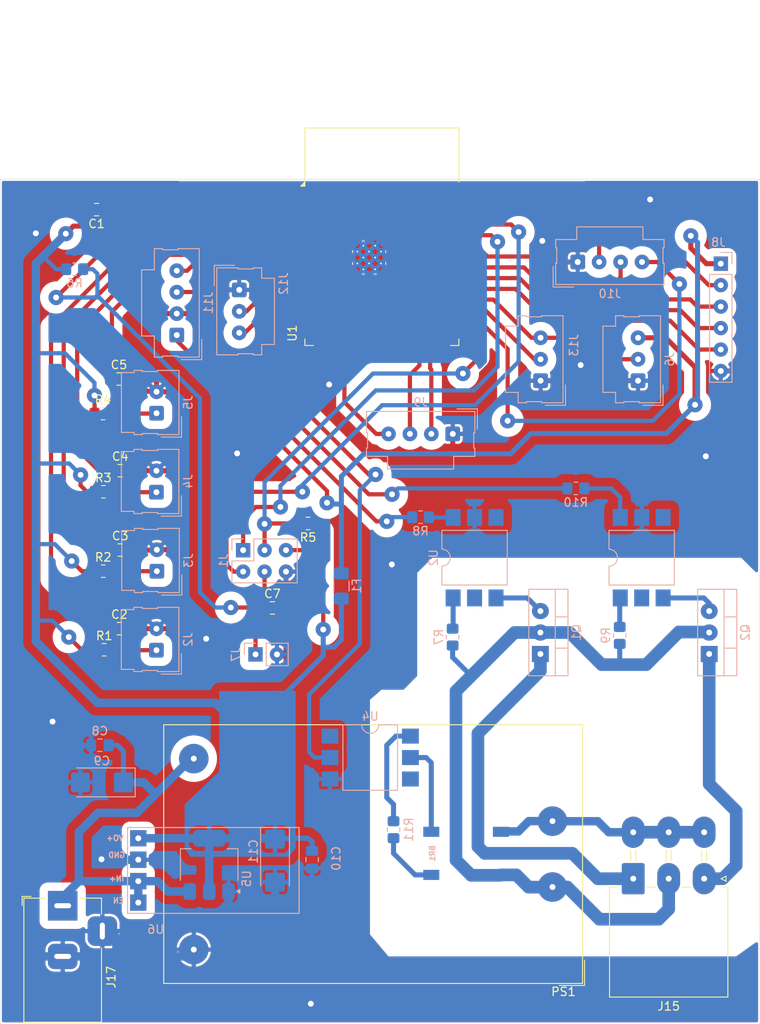
<source format=kicad_pcb>
(kicad_pcb (version 20240108) (generator "pcbnew") (generator_version "8.0")
  (layers (0 "F.Cu" signal) (31 "B.Cu" signal) (34 "B.Paste" user) (35 "F.Paste" user) (36 "B.SilkS" user "B.Silkscreen") (37 "F.SilkS" user "F.Silkscreen") (38 "B.Mask" user) (39 "F.Mask" user) (44 "Edge.Cuts" user))
  (net 0 "")
  (net 1 "+3.3V")
  (net 2 "GND")
  (net 3 "/In1")
  (net 4 "/In2")
  (net 5 "/In3")
  (net 6 "/In4")
  (net 7 "/EN")
  (net 8 "Net-(PS1-+Vout)")
  (net 9 "/NEUTRO")
  (net 10 "/FASE")
  (net 11 "/380V")
  (net 12 "/D_led")
  (net 13 "+3.3V_fused")
  (net 14 "/DTR")
  (net 15 "/TXD0")
  (net 16 "/RXD0")
  (net 17 "/CE")
  (net 18 "/CLK")
  (net 19 "/MOSI")
  (net 20 "/MISO")
  (net 21 "/IN_A_N")
  (net 22 "/IN_A_P")
  (net 23 "/EN_A")
  (net 24 "/IN_B_N")
  (net 25 "/EN_B")
  (net 26 "/IN_B_P")
  (net 27 "/SDA")
  (net 28 "/SCL")
  (net 29 "/DAC_P")
  (net 30 "/RX2")
  (net 31 "Net-(Q1-G)")
  (net 32 "Net-(Q2-G)")
  (net 33 "Net-(R7-Pad1)")
  (net 34 "Net-(R8-Pad2)")
  (net 35 "/TRIAC_A")
  (net 36 "Net-(R9-Pad1)")
  (net 37 "Net-(R10-Pad2)")
  (net 38 "/TRIAC_B")
  (net 39 "Net-(R11-Pad2)")
  (net 40 "/DAC_N")
  (net 53 "/ZERO")
  (net 55 "Net-(J15-Pin_1)")
  (net 56 "Net-(J15-Pin_3)")
  (net 57 "Net-(BR1-Pad-)")
  (footprint "Resistor_SMD:R_0805_2012Metric_Pad1.20x1.40mm_HandSolder" (layer "F.Cu") (at 42.2 106.4)
    (property "Reference" "R2")
    (property "Value" "10K")
  )
  (footprint "Capacitor_SMD:C_0805_2012Metric_Pad1.18x1.45mm_HandSolder" (layer "F.Cu") (at 44.07 83.65)
    (property "Reference" "C5")
    (property "Value" "100nF")
  )
  (footprint "Capacitor_SMD:C_0805_2012Metric_Pad1.18x1.45mm_HandSolder" (layer "F.Cu") (at 41.42 63.6 180)
    (property "Reference" "C1")
    (property "Value" "10uF")
  )
  (footprint "Resistor_SMD:R_0805_2012Metric_Pad1.20x1.40mm_HandSolder" (layer "F.Cu") (at 42.32 115.7)
    (property "Reference" "R1")
    (property "Value" "10K")
  )
  (footprint "Capacitor_SMD:C_0805_2012Metric_Pad1.18x1.45mm_HandSolder" (layer "F.Cu") (at 62.25 110.75)
    (property "Reference" "C7")
    (property "Value" "100nF")
  )
  (footprint "Connector_BarrelJack:BarrelJack_Horizontal" (layer "F.Cu") (at 37.4 146 90)
    (property "Reference" "J17")
    (property "Value" "In12V")
  )
  (footprint "Resistor_SMD:R_0805_2012Metric_Pad1.20x1.40mm_HandSolder" (layer "F.Cu") (at 66.47 100.75 180)
    (property "Reference" "R5")
    (property "Value" "10K")
  )
  (footprint "RF_Module:ESP32-WROOM-32D" (layer "F.Cu") (at 75.22 69.8)
    (property "Reference" "U1")
    (property "Value" "ESP32-WROOM-32D")
  )
  (footprint "Resistor_SMD:R_0805_2012Metric_Pad1.20x1.40mm_HandSolder" (layer "F.Cu") (at 42.1825 87.74)
    (property "Reference" "R4")
    (property "Value" "10K")
  )
  (footprint "lib:Molex_Mini-Fit_Jr_5569-06A2_2x03_P4.20mm_Horizontal_NoHoles" (layer "F.Cu") (at 113.4 142.8 180)
    (property "Reference" "J15")
    (property "Value" "TRIAC_220VAC")
  )
  (footprint "Resistor_SMD:R_0805_2012Metric_Pad1.20x1.40mm_HandSolder" (layer "F.Cu") (at 42.22 97)
    (property "Reference" "R3")
    (property "Value" "10K")
  )
  (footprint "Converter_ACDC:Converter_ACDC_Hi-Link_HLK-10Mxx" (layer "F.Cu") (at 95.4325 143.7875 180)
    (property "Reference" "PS1")
    (property "Value" "HLK-10M05")
  )
  (footprint "Capacitor_SMD:C_0805_2012Metric_Pad1.18x1.45mm_HandSolder" (layer "F.Cu") (at 44.12 113.2)
    (property "Reference" "C2")
    (property "Value" "100nF")
  )
  (footprint "Capacitor_SMD:C_0805_2012Metric_Pad1.18x1.45mm_HandSolder" (layer "F.Cu") (at 44.22 103.9)
    (property "Reference" "C3")
    (property "Value" "100nF")
  )
  (footprint "Capacitor_SMD:C_0805_2012Metric_Pad1.18x1.45mm_HandSolder" (layer "F.Cu") (at 44.22 94.5)
    (property "Reference" "C4")
    (property "Value" "100nF")
  )
  (footprint "Capacitor_SMD:C_0805_2012Metric_Pad1.18x1.45mm_HandSolder" (layer "B.Cu") (at 66.9575 140.55 -90)
    (property "Reference" "C10")
    (property "Value" "100nF")
  )
  (footprint "Resistor_SMD:R_0805_2012Metric_Pad1.20x1.40mm_HandSolder" (layer "B.Cu") (at 79.8 100)
    (property "Reference" "R8")
    (property "Value" "220")
  )
  (footprint "Package_TO_SOT_THT:TO-220-3_Vertical" (layer "B.Cu") (at 94 116.2 90)
    (property "Reference" "Q1")
    (property "Value" "BTA16-800B")
  )
  (footprint "Connector_Molex:Molex_SL_171971-0003_1x03_P2.54mm_Vertical" (layer "B.Cu") (at 105.57 83.85 90)
    (property "Reference" "J6")
    (property "Value" "LED")
  )
  (footprint "Package_DIP:SMDIP-6_W9.53mm" (layer "B.Cu") (at 73.835 128.46 180)
    (property "Reference" "U4")
    (property "Value" "4N25")
  )
  (footprint "Package_TO_SOT_THT:TO-220-3_Vertical" (layer "B.Cu") (at 114 116.2 90)
    (property "Reference" "Q2")
    (property "Value" "BTA16-800B")
  )
  (footprint "Connector_Molex:Molex_SL_171971-0002_1x02_P2.54mm_Vertical" (layer "B.Cu") (at 48.5575 106.4 90)
    (property "Reference" "J3")
    (property "Value" "Input2")
  )
  (footprint "Connector_Molex:Molex_SL_171971-0004_1x04_P2.54mm_Vertical" (layer "B.Cu") (at 50.92 78.45 90)
    (property "Reference" "J11")
    (property "Value" "I2C")
  )
  (footprint "Connector_Molex:Molex_SL_171971-0004_1x04_P2.54mm_Vertical" (layer "B.Cu") (at 83.62 90.15 180)
    (property "Reference" "J9")
    (property "Value" "Motor_A")
  )
  (footprint "Package_TO_SOT_SMD:SOT-223-3_TabPin2" (layer "B.Cu") (at 54.7575 141.1625 90)
    (property "Reference" "U5")
    (property "Value" "AMS1117-3.3")
  )
  (footprint "Resistor_SMD:R_0805_2012Metric_Pad1.20x1.40mm_HandSolder" (layer "B.Cu") (at 98.2 96.6)
    (property "Reference" "R10")
    (property "Value" "220")
  )
  (footprint "Connector_Molex:Molex_SL_171971-0004_1x04_P2.54mm_Vertical" (layer "B.Cu") (at 98.42 69.8)
    (property "Reference" "J10")
    (property "Value" "Motor_B")
  )
  (footprint "Connector_Molex:Molex_SL_171971-0002_1x02_P2.54mm_Vertical" (layer "B.Cu") (at 48.5075 115.75 90)
    (property "Reference" "J2")
    (property "Value" "Input1")
  )
  (footprint "Fuse:Fuse_1206_3216Metric_Pad1.42x1.75mm_HandSolder" (layer "B.Cu") (at 70.42 108.15 90)
    (property "Reference" "F1")
    (property "Value" "500mA")
  )
  (footprint "Capacitor_SMD:C_0805_2012Metric_Pad1.18x1.45mm_HandSolder" (layer "B.Cu") (at 41.8 127 180)
    (property "Reference" "C8")
    (property "Value" "100nF")
  )
  (footprint "Connector_Molex:Molex_SL_171971-0002_1x02_P2.54mm_Vertical" (layer "B.Cu") (at 48.52 87.7 90)
    (property "Reference" "J5")
    (property "Value" "Input4")
  )
  (footprint "Resistor_SMD:R_0805_2012Metric_Pad1.20x1.40mm_HandSolder" (layer "B.Cu") (at 76.6 137 90)
    (property "Reference" "R11")
    (property "Value" "120K")
  )
  (footprint "lib:HW-613" (layer "B.Cu") (at 45.0875 136.7425)
    (property "Reference" "U6")
    (property "Value" "HW-613")
  )
  (footprint "Connector_Molex:Molex_SL_171971-0002_1x02_P2.54mm_Vertical" (layer "B.Cu") (at 48.5075 97.05 90)
    (property "Reference" "J4")
    (property "Value" "Input3")
  )
  (footprint "Resistor_SMD:R_0805_2012Metric_Pad1.20x1.40mm_HandSolder" (layer "B.Cu") (at 83.6 114.2 -90)
    (property "Reference" "R7")
    (property "Value" "1K")
  )
  (footprint "Resistor_SMD:R_0805_2012Metric_Pad1.20x1.40mm_HandSolder" (layer "B.Cu") (at 38.82 70.65)
    (property "Reference" "R6")
    (property "Value" "10K")
  )
  (footprint "lib:DIOB_DB107S" (layer "B.Cu") (at 85.2 139.8 -90)
    (property "Reference" "BR1")
    (property "Value" "DB107S")
  )
  (footprint "Package_DIP:SMDIP-6_W9.53mm" (layer "B.Cu") (at 106 104.8 -90)
    (property "Reference" "U3" (hide yes))
    (property "Value" "MOC3041M")
  )
  (footprint "Resistor_SMD:R_0805_2012Metric_Pad1.20x1.40mm_HandSolder" (layer "B.Cu") (at 103.4 114 -90)
    (property "Reference" "R9")
    (property "Value" "1K" (hide yes))
  )
  (footprint "Connector_Molex:Molex_SL_171971-0003_1x03_P2.54mm_Vertical" (layer "B.Cu") (at 58.32 73.1 -90)
    (property "Reference" "J12")
    (property "Value" "DAC")
  )
  (footprint "Package_DIP:SMDIP-6_W9.53mm" (layer "B.Cu") (at 86.2 104.8 -90)
    (property "Reference" "U2")
    (property "Value" "MOC3041M")
  )
  (footprint "Connector_PinHeader_2.54mm:PinHeader_2x03_P2.54mm_Vertical" (layer "B.Cu") (at 58.78 103.91 -90)
    (property "Reference" "J1")
    (property "Value" "PROG")
  )
  (footprint "Connector_PinHeader_2.54mm:PinHeader_1x02_P2.54mm_Vertical" (layer "B.Cu") (at 60.25 116.25 -90)
    (property "Reference" "J7")
    (property "Value" "Reset")
  )
  (footprint "Connector_Molex:Molex_SL_171971-0003_1x03_P2.54mm_Vertical" (layer "B.Cu") (at 94.02 83.85 90)
    (property "Reference" "J13")
    (property "Value" "UART2")
  )
  (footprint "Connector_PinHeader_2.54mm:PinHeader_1x06_P2.54mm_Vertical" (layer "B.Cu") (at 115.37 70 180)
    (property "Reference" "J8")
    (property "Value" "SPI")
  )
  (footprint "Capacitor_Tantalum_SMD:CP_EIA-6032-28_Kemet-C_Pad2.25x2.35mm_HandSolder" (layer "B.Cu") (at 42.05 131.4 180)
    (property "Reference" "C9")
    (property "Value" "47uFxx35V")
  )
  (footprint "Capacitor_Tantalum_SMD:CP_EIA-6032-28_Kemet-C_Pad2.25x2.35mm_HandSolder" (layer "B.Cu") (at 62.5575 140.6625 -90)
    (property "Reference" "C11")
    (property "Value" "22uFx16V")
  )
  (gr_rect (start 65.12 60.55) (end 67.97 61.35) (stroke (width 0.2)) (fill solid) (layer "F.Cu") (net 2))
  (gr_rect (start 82.57 60.6) (end 85.42 61.4) (stroke (width 0.2)) (fill solid) (layer "F.Cu") (net 2))
  (gr_rect (start 30 60) (end 120 160) (stroke (width 0.05)) (fill none) (layer "Edge.Cuts"))
  (segment (start 41.1825 87.74) (end 41.1825 85.6125) (width 0.5) (layer "F.Cu") (net 1))
  (segment (start 46 62.82) (end 66.47 62.82) (width 0.6) (layer "F.Cu") (net 1))
  (segment (start 41.32 115.7) (end 39.62 115.7) (width 0.5) (layer "F.Cu") (net 1))
  (segment (start 39.67 106.4) (end 38.47 105.2) (width 0.5) (layer "F.Cu") (net 1))
  (segment (start 41.1825 85.6125) (end 41.17 85.6) (width 0.5) (layer "F.Cu") (net 1))
  (segment (start 37.77 66.45) (end 38.67 65.55) (width 0.6) (layer "F.Cu") (net 1))
  (segment (start 39.52 96.25) (end 39.52 95) (width 0.5) (layer "F.Cu") (net 1))
  (segment (start 43.27 65.55) (end 44.82 64) (width 0.6) (layer "F.Cu") (net 1))
  (segment (start 41.22 97) (end 40.27 97) (width 0.5) (layer "F.Cu") (net 1))
  (segment (start 38.67 65.55) (end 43.27 65.55) (width 0.6) (layer "F.Cu") (net 1))
  (segment (start 44.47 64.35) (end 43.72 63.6) (width 0.6) (layer "F.Cu") (net 1))
  (segment (start 41.2 106.4) (end 39.67 106.4) (width 0.5) (layer "F.Cu") (net 1))
  (segment (start 40.27 97) (end 39.52 96.25) (width 0.5) (layer "F.Cu") (net 1))
  (segment (start 68.27 113.3) (end 68.27 101.65) (width 0.5) (layer "F.Cu") (net 1))
  (segment (start 44.82 64) (end 46 62.82) (width 0.6) (layer "F.Cu") (net 1))
  (segment (start 43.72 63.6) (end 42.4575 63.6) (width 0.6) (layer "F.Cu") (net 1))
  (segment (start 39.62 115.7) (end 38.12 114.2) (width 0.5) (layer "F.Cu") (net 1))
  (segment (start 63.86 103.91) (end 68.27 103.91) (width 0.5) (layer "F.Cu") (net 1))
  (segment (start 68.27 101.65) (end 67.47 100.75) (width 0.5) (layer "F.Cu") (net 1))
  (via (at 38.47 105.2) (size 1.8) (drill 0.7) (layers "F.Cu" "B.Cu") (net 1))
  (via (at 41.17 85.6) (size 1.8) (drill 0.7) (layers "F.Cu" "B.Cu") (net 1))
  (via (at 38.12 114.2) (size 1.8) (drill 0.7) (layers "F.Cu" "B.Cu") (net 1))
  (via (at 39.52 95) (size 1.8) (drill 0.7) (layers "F.Cu" "B.Cu") (net 1))
  (via (at 37.77 66.45) (size 1.8) (drill 0.7) (layers "F.Cu" "B.Cu") (net 1))
  (via (at 68.27 113.3) (size 1.8) (drill 0.7) (layers "F.Cu" "B.Cu") (net 1))
  (segment (start 69.52 115.4) (end 68.27 115.4) (width 0.6) (layer "B.Cu") (net 1))
  (segment (start 68.27 115.4) (end 68.27 116.4) (width 0.6) (layer "B.Cu") (net 1))
  (segment (start 59.0825 125.5875) (end 55.4825 121.9875) (width 1) (layer "B.Cu") (net 1))
  (segment (start 62.6075 138.0125) (end 54.7575 138.0125) (width 1) (layer "B.Cu") (net 1))
  (segment (start 34.22 70) (end 35.095 69.125) (width 1) (layer "B.Cu") (net 1))
  (segment (start 66.4575 138.0125) (end 62.6075 138.0125) (width 0.6) (layer "B.Cu") (net 1))
  (segment (start 37.67 80.6) (end 34.22 80.6) (width 0.5) (layer "B.Cu") (net 1))
  (segment (start 70.42 114.5) (end 69.52 115.4) (width 0.6) (layer "B.Cu") (net 1))
  (segment (start 41.17 84.1) (end 37.67 80.6) (width 0.5) (layer "B.Cu") (net 1))
  (segment (start 36.17 112.25) (end 34.22 112.25) (width 0.5) (layer "B.Cu") (net 1))
  (segment (start 34.22 93.65) (end 38.17 93.65) (width 0.5) (layer "B.Cu") (net 1))
  (segment (start 54.7575 138.0125) (end 46.3575 138.0125) (width 1) (layer "B.Cu") (net 1))
  (segment (start 59.0825 125.5875) (end 59.0825 138.0125) (width 1) (layer "B.Cu") (net 1))
  (segment (start 34.22 114.7) (end 34.22 112.25) (width 1) (layer "B.Cu") (net 1))
  (segment (start 66.9575 138.4125) (end 66.4575 138.0125) (width 0.6) (layer "B.Cu") (net 1))
  (segment (start 54.7575 144.3125) (end 54.7575 138.0125) (width 1) (layer "B.Cu") (net 1))
  (segment (start 37.82 70.65) (end 36.62 70.65) (width 0.5) (layer "B.Cu") (net 1))
  (segment (start 41.5075 121.9875) (end 34.22 114.7) (width 1) (layer "B.Cu") (net 1))
  (segment (start 35.095 69.125) (end 35.094999 69.125001) (width 1) (layer "B.Cu") (net 1))
  (segment (start 34.22 80.6) (end 34.22 70) (width 1) (layer "B.Cu") (net 1))
  (segment (start 36.62 70.65) (end 35.095 69.125) (width 0.5) (layer "B.Cu") (net 1))
  (segment (start 34.22 93.65) (end 34.22 103.2) (width 1) (layer "B.Cu") (net 1))
  (segment (start 37.77 66.45) (end 35.094999 69.125001) (width 1) (layer "B.Cu") (net 1))
  (segment (start 68.27 116.4) (end 59.0825 125.5875) (width 0.6) (layer "B.Cu") (net 1))
  (segment (start 34.22 80.6) (end 34.22 93.65) (width 1) (layer "B.Cu") (net 1))
  (segment (start 41.17 85.6) (end 41.17 84.1) (width 0.5) (layer "B.Cu") (net 1))
  (segment (start 55.4825 121.9875) (end 41.5075 121.9875) (width 1) (layer "B.Cu") (net 1))
  (segment (start 66.9575 139.5125) (end 66.9575 138.4125) (width 0.6) (layer "B.Cu") (net 1))
  (segment (start 38.12 114.2) (end 36.17 112.25) (width 0.5) (layer "B.Cu") (net 1))
  (segment (start 70.42 109.6375) (end 70.42 114.5) (width 0.6) (layer "B.Cu") (net 1))
  (segment (start 68.27 115.4) (end 68.27 113.3) (width 0.6) (layer "B.Cu") (net 1))
  (segment (start 38.17 93.65) (end 39.52 95) (width 0.5) (layer "B.Cu") (net 1))
  (segment (start 36.47 103.2) (end 38.47 105.2) (width 0.5) (layer "B.Cu") (net 1))
  (segment (start 34.22 103.2) (end 34.22 112.25) (width 1) (layer "B.Cu") (net 1))
  (segment (start 34.22 103.2) (end 36.47 103.2) (width 0.5) (layer "B.Cu") (net 1))
  (segment (start 39.07 61.55) (end 74.42 61.55) (width 0.6) (layer "F.Cu") (net 2))
  (segment (start 118.2 65) (end 115.6 62.4) (width 0.6) (layer "F.Cu") (net 2))
  (segment (start 69.51 87.19) (end 75.52 93.2) (width 0.6) (layer "F.Cu") (net 2))
  (segment (start 50.92 75.91) (end 49.36 75.91) (width 0.6) (layer "F.Cu") (net 2))
  (segment (start 48.52 76.75) (end 48.52 85.16) (width 0.6) (layer "F.Cu") (net 2))
  (segment (start 95.92 88.862096) (end 92.907096 91.875) (width 0.6) (layer "F.Cu") (net 2))
  (segment (start 94.22 68.22) (end 94.22 67.3) (width 0.6) (layer "F.Cu") (net 2))
  (segment (start 34.22 66.4) (end 39.07 61.55) (width 0.6) (layer "F.Cu") (net 2))
  (segment (start 39.12 63.6) (end 38.07 62.55) (width 0.6) (layer "F.Cu") (net 2))
  (segment (start 63.8575 110.43) (end 63.8575 106.4525) (width 0.6) (layer "F.Cu") (net 2))
  (segment (start 63.860002 117.739998) (end 63.860002 116.25) (width 0.6) (layer "F.Cu") (net 2))
  (segment (start 83.62 91.65) (end 83.395 91.875) (width 0.6) (layer "F.Cu") (net 2))
  (segment (start 51.22 104.7) (end 51.22 111.9) (width 0.6) (layer "F.Cu") (net 2))
  (segment (start 69.51 79.31) (end 69.51 87.19) (width 0.6) (layer "F.Cu") (net 2))
  (segment (start 50.92 75.91) (end 53.06 75.91) (width 0.6) (layer "F.Cu") (net 2))
  (segment (start 45.2575 94.5) (end 48.4975 94.5) (width 0.6) (layer "F.Cu") (net 2))
  (segment (start 46.5575 85.1) (end 48.46 85.1) (width 0.6) (layer "F.Cu") (net 2))
  (segment (start 92.907096 91.875) (end 83.395 91.875) (width 0.6) (layer "F.Cu") (net 2))
  (segment (start 45.2575 103.9) (end 48.5175 103.9) (width 0.6) (layer "F.Cu") (net 2))
  (segment (start 63.86 115.18) (end 63.86 110.75) (width 0.6) (layer "F.Cu") (net 2))
  (segment (start 50.38 103.86) (end 51.22 104.7) (width 0.6) (layer "F.Cu") (net 2))
  (segment (start 106.15 61.55) (end 107 62.4) (width 0.6) (layer "F.Cu") (net 2))
  (segment (start 74.42 67.87) (end 74.42 61.55) (width 0.6) (layer "F.Cu") (net 2))
  (segment (start 105.57 83.85) (end 94.02 83.85) (width 0.6) (layer "F.Cu") (net 2))
  (segment (start 98.42 69.8) (end 95.8 69.8) (width 0.6) (layer "F.Cu") (net 2))
  (segment (start 95.92 83.85) (end 95.92 88.862096) (width 0.6) (layer "F.Cu") (net 2))
  (segment (start 48.5175 103.9) (end 48.5575 103.86) (width 0.6) (layer "F.Cu") (net 2))
  (segment (start 51.22 111.9) (end 49.91 113.21) (width 0.6) (layer "F.Cu") (net 2))
  (segment (start 63.2875 110.75) (end 63.86 110.75) (width 0.5) (layer "F.Cu") (net 2))
  (segment (start 95.8 69.8) (end 94.22 68.22) (width 0.6) (layer "F.Cu") (net 2))
  (segment (start 48.4975 94.5) (end 48.5075 94.51) (width 0.6) (layer "F.Cu") (net 2))
  (segment (start 51.22 95.7) (end 50.03 94.51) (width 0.6) (layer "F.Cu") (net 2))
  (segment (start 63.86 110.4325) (end 63.8575 110.43) (width 0.6) (layer "F.Cu") (net 2))
  (segment (start 50.03 94.51) (end 48.5075 94.51) (width 0.6) (layer "F.Cu") (net 2))
  (segment (start 50.11 94.51) (end 48.5075 94.51) (width 0.6) (layer "F.Cu") (net 2))
  (segment (start 48.5575 103.86) (end 50.16 103.86) (width 0.6) (layer "F.Cu") (net 2))
  (segment (start 40.3825 63.6) (end 39.12 63.6) (width 0.6) (layer "F.Cu") (net 2))
  (segment (start 50.16 103.86) (end 51.22 102.8) (width 0.6) (layer "F.Cu") (net 2))
  (segment (start 115.6 62.4) (end 107 62.4) (width 0.6) (layer "F.Cu") (net 2))
  (segment (start 48.46 85.1) (end 48.52 85.16) (width 0.6) (layer "F.Cu") (net 2))
  (segment (start 50.28 85.16) (end 51.22 86.1) (width 0.6) (layer "F.Cu") (net 2))
  (segment (start 49.36 75.91) (end 48.52 76.75) (width 0.6) (layer "F.Cu") (net 2))
  (segment (start 83.62 90.15) (end 83.62 91.65) (width 0.6) (layer "F.Cu") (net 2))
  (segment (start 63.860002 116.25) (end 62.79 116.25) (width 0.6) (layer "F.Cu") (net 2))
  (segment (start 55.87 73.1) (end 58.32 73.1) (width 0.6) (layer "F.Cu") (net 2))
  (segment (start 55.5 118.8) (end 62.8 118.8) (width 0.6) (layer "F.Cu") (net 2))
  (segment (start 49.91 113.21) (end 48.5075 113.21) (width 0.6) (layer "F.Cu") (net 2))
  (segment (start 63.86 110.75) (end 63.86 110.4325) (width 0.6) (layer "F.Cu") (net 2))
  (segment (start 75.52 93.2) (end 82.07 93.2) (width 0.6) (layer "F.Cu") (net 2))
  (segment (start 51.22 93.4) (end 50.11 94.51) (width 0.6) (layer "F.Cu") (net 2))
  (segment (start 45.1575 113.2) (end 48.4975 113.2) (width 0.6) (layer "F.Cu") (net 2))
  (segment (start 51.22 102.8) (end 51.22 95.7) (width 0.6) (layer "F.Cu") (net 2))
  (segment (start 49.91 113.21) (end 55.5 118.8) (width 0.6) (layer "F.Cu") (net 2))
  (segment (start 69.51 76.96) (end 69.51 79.31) (width 0.6) (layer "F.Cu") (net 2))
  (segment (start 45.1075 83.65) (end 46.5575 85.1) (width 0.6) (layer "F.Cu") (net 2))
  (segment (start 63.860002 116.25) (end 63.860002 115.26) (width 0.6) (layer "F.Cu") (net 2))
  (segment (start 115.37 82.7) (end 116.9 82.7) (width 0.6) (layer "F.Cu") (net 2))
  (segment (start 48.4975 113.2) (end 48.5075 113.21) (width 0.6) (layer "F.Cu") (net 2))
  (segment (start 83.97 61.55) (end 106.15 61.55) (width 0.6) (layer "F.Cu") (net 2))
  (segment (start 83.97 61.55) (end 74.42 61.55) (width 0.6) (layer "F.Cu") (net 2))
  (segment (start 48.5575 103.86) (end 50.38 103.86) (width 0.6) (layer "F.Cu") (net 2))
  (segment (start 82.07 93.2) (end 83.395 91.875) (width 0.6) (layer "F.Cu") (net 2))
  (segment (start 48.52 85.16) (end 50.28 85.16) (width 0.6) (layer "F.Cu") (net 2))
  (segment (start 62.8 118.8) (end 63.860002 117.739998) (width 0.6) (layer "F.Cu") (net 2))
  (segment (start 53.06 75.91) (end 55.87 73.1) (width 0.6) (layer "F.Cu") (net 2))
  (segment (start 118.2 81.4) (end 118.2 65) (width 0.6) (layer "F.Cu") (net 2))
  (segment (start 51.22 86.1) (end 51.22 93.4) (width 0.6) (layer "F.Cu") (net 2))
  (segment (start 73.72 69.27) (end 73.72 72.75) (width 0.6) (layer "F.Cu") (net 2))
  (segment (start 116.9 82.7) (end 118.2 81.4) (width 0.6) (layer "F.Cu") (net 2))
  (segment (start 73.72 72.75) (end 69.51 76.96) (width 0.6) (layer "F.Cu") (net 2))
  (via (at 54.4 114.4) (size 1.8) (drill 0.7) (layers "F.Cu" "B.Cu") (net 2))
  (via (at 107 62.4) (size 1.8) (drill 0.7) (layers "F.Cu" "B.Cu") (net 2))
  (via (at 34.22 66.4) (size 1.8) (drill 0.7) (layers "F.Cu" "B.Cu") (net 2))
  (via (at 94.22 67.3) (size 1.8) (drill 0.7) (layers "F.Cu" "B.Cu") (net 2))
  (via (at 68.97 84.3) (size 1.8) (drill 0.7) (layers "F.Cu" "B.Cu") (net 2))
  (via (at 42 140.5) (size 1.8) (drill 0.7) (layers "F.Cu" "B.Cu") (net 2))
  (via (at 98.77 82) (size 1.8) (drill 0.7) (layers "F.Cu" "B.Cu") (net 2))
  (via (at 36.2 124.2) (size 1.8) (drill 0.7) (layers "F.Cu" "B.Cu") (net 2))
  (via (at 76.4 105.6) (size 1.8) (drill 0.7) (layers "F.Cu" "B.Cu") (net 2))
  (via (at 66.8 157.6) (size 1.8) (drill 0.7) (layers "F.Cu" "B.Cu") (net 2))
  (via (at 113.6 92.8) (size 1.8) (drill 0.7) (layers "F.Cu" "B.Cu") (net 2))
  (via (at 58.07 92.45) (size 1.8) (drill 0.7) (layers "F.Cu" "B.Cu") (net 2))
  (segment (start 33.5 152) (end 37.4 152) (width 1) (layer "B.Cu") (net 2))
  (segment (start 99.12 62.4) (end 105.67 62.4) (width 0.6) (layer "B.Cu") (net 2))
  (segment (start 40.7625 127) (end 40 127) (width 0.6) (layer "B.Cu") (net 2))
  (segment (start 105.67 62.4) (end 107 62.4) (width 0.6) (layer "B.Cu") (net 2))
  (segment (start 94.22 67.3) (end 99.12 62.4) (width 0.6) (layer "B.Cu") (net 2))
  (segment (start 52.9325 151.1875) (end 52.12 152) (width 1) (layer "B.Cu") (net 2))
  (segment (start 57.0575 144.3125) (end 57.0575 145.9125) (width 1) (layer "B.Cu") (net 2))
  (segment (start 43 149) (end 42.1 149) (width 1) (layer "B.Cu") (net 2))
  (segment (start 66.9575 141.5875) (end 66.9575 142.6125) (width 0.6) (layer "B.Cu") (net 2))
  (segment (start 39.5 131.4) (end 32.1 131.4) (width 0.6) (layer "B.Cu") (net 2))
  (segment (start 32 131.5) (end 32 150.5) (width 1) (layer "B.Cu") (net 2))
  (segment (start 106 101.8) (end 106 100.035) (width 0.5) (layer "B.Cu") (net 2))
  (segment (start 39.5 127.5) (end 39.5 131.4) (width 0.6) (layer "B.Cu") (net 2))
  (segment (start 46.3575 140.5525) (end 42.0525 140.5525) (width 1) (layer "B.Cu") (net 2))
  (segment (start 104.6 103.2) (end 106 101.8) (width 0.5) (layer "B.Cu") (net 2))
  (segment (start 61.8 146.7125) (end 62.5575 145.955) (width 1) (layer "B.Cu") (net 2))
  (segment (start 43.775 149.775) (end 43 149) (width 1) (layer "B.Cu") (net 2))
  (segment (start 43.775 152) (end 37.4 152) (width 1) (layer "B.Cu") (net 2))
  (segment (start 57.8575 146.7125) (end 61.8 146.7125) (width 1) (layer "B.Cu") (net 2))
  (segment (start 34.22 66.4) (end 32 68.62) (width 1) (layer "B.Cu") (net 2))
  (segment (start 66.3575 143.2125) (end 62.5575 143.2125) (width 0.6) (layer "B.Cu") (net 2))
  (segment (start 62.5575 145.955) (end 62.5575 143.2125) (width 1) (layer "B.Cu") (net 2))
  (segment (start 32.1 131.4) (end 32 131.5) (width 0.6) (layer "B.Cu") (net 2))
  (segment (start 42.0525 140.5525) (end 42 140.5) (width 1) (layer "B.Cu") (net 2))
  (segment (start 86.2 100.035) (end 86.2 101.6) (width 0.5) (layer "B.Cu") (net 2))
  (segment (start 86.2 101.6) (end 87.8 103.2) (width 0.5) (layer "B.Cu") (net 2))
  (segment (start 40 127) (end 39.5 127.5) (width 0.6) (layer "B.Cu") (net 2))
  (segment (start 57.0575 145.9125) (end 57.8575 146.7125) (width 1) (layer "B.Cu") (net 2))
  (segment (start 43.775 152) (end 43.775 149.775) (width 1) (layer "B.Cu") (net 2))
  (segment (start 32 68.62) (end 32 131.5) (width 1) (layer "B.Cu") (net 2))
  (segment (start 32 150.5) (end 33.5 152) (width 1) (layer "B.Cu") (net 2))
  (segment (start 66.9575 142.6125) (end 66.3575 143.2125) (width 0.6) (layer "B.Cu") (net 2))
  (segment (start 87.8 103.2) (end 104.6 103.2) (width 0.5) (layer "B.Cu") (net 2))
  (segment (start 52.12 152) (end 44.225 152) (width 1) (layer "B.Cu") (net 2))
  (segment (start 48.16 65.36) (end 36.02 77.5) (width 0.5) (layer "F.Cu") (net 3))
  (segment (start 41.82 113.2) (end 43.0825 113.2) (width 0.5) (layer "F.Cu") (net 3))
  (segment (start 43.0825 113.2) (end 43.0825 115.4625) (width 0.5) (layer "F.Cu") (net 3))
  (segment (start 36.02 107.4) (end 41.82 113.2) (width 0.5) (layer "F.Cu") (net 3))
  (segment (start 43.0825 115.4625) (end 43.32 115.7) (width 0.5) (layer "F.Cu") (net 3))
  (segment (start 66.47 65.36) (end 48.16 65.36) (width 0.5) (layer "F.Cu") (net 3))
  (segment (start 36.02 77.5) (end 36.02 107.4) (width 0.5) (layer "F.Cu") (net 3))
  (segment (start 48.5075 115.75) (end 43.37 115.75) (width 0.5) (layer "F.Cu") (net 3))
  (segment (start 43.37 115.75) (end 43.32 115.7) (width 0.5) (layer "F.Cu") (net 3))
  (segment (start 37.52 77.75) (end 37.52 98.2375) (width 0.5) (layer "F.Cu") (net 4))
  (segment (start 43.1825 103.9) (end 43.1825 106.3825) (width 0.5) (layer "F.Cu") (net 4))
  (segment (start 43.1825 106.3825) (end 43.2 106.4) (width 0.5) (layer "F.Cu") (net 4))
  (segment (start 37.52 98.2375) (end 43.1825 103.9) (width 0.5) (layer "F.Cu") (net 4))
  (segment (start 48.64 66.63) (end 37.52 77.75) (width 0.5) (layer "F.Cu") (net 4))
  (segment (start 66.47 66.63) (end 48.64 66.63) (width 0.5) (layer "F.Cu") (net 4))
  (segment (start 43.2 106.4) (end 48.5575 106.4) (width 0.5) (layer "F.Cu") (net 4))
  (segment (start 39.12 91.95) (end 41.67 94.5) (width 0.5) (layer "F.Cu") (net 5))
  (segment (start 48.5075 97.05) (end 43.27 97.05) (width 0.5) (layer "F.Cu") (net 5))
  (segment (start 41.67 94.5) (end 43.1825 94.5) (width 0.5) (layer "F.Cu") (net 5))
  (segment (start 43.22 97) (end 43.22 94.5375) (width 0.5) (layer "F.Cu") (net 5))
  (segment (start 43.27 97.05) (end 43.22 97) (width 0.5) (layer "F.Cu") (net 5))
  (segment (start 43.22 94.5375) (end 43.1825 94.5) (width 0.5) (layer "F.Cu") (net 5))
  (segment (start 39.12 78) (end 39.12 91.95) (width 0.5) (layer "F.Cu") (net 5))
  (segment (start 66.47 67.9) (end 49.22 67.9) (width 0.5) (layer "F.Cu") (net 5))
  (segment (start 49.22 67.9) (end 39.12 78) (width 0.5) (layer "F.Cu") (net 5))
  (segment (start 43.3825 87.54) (end 43.1825 87.74) (width 0.5) (layer "F.Cu") (net 6))
  (segment (start 43.0325 83.65) (end 43.2325 83.45) (width 0.5) (layer "F.Cu") (net 6))
  (segment (start 43.3825 84) (end 43.3825 87.54) (width 0.5) (layer "F.Cu") (net 6))
  (segment (start 43.2325 75.6875) (end 49.97 68.95) (width 0.5) (layer "F.Cu") (net 6))
  (segment (start 49.97 68.95) (end 61.6 68.95) (width 0.5) (layer "F.Cu") (net 6))
  (segment (start 61.82 69.17) (end 66.47 69.17) (width 0.5) (layer "F.Cu") (net 6))
  (segment (start 61.6 68.95) (end 61.82 69.17) (width 0.5) (layer "F.Cu") (net 6))
  (segment (start 43.1825 87.74) (end 48.48 87.74) (width 0.5) (layer "F.Cu") (net 6))
  (segment (start 43.2325 83.45) (end 43.2325 75.6875) (width 0.5) (layer "F.Cu") (net 6))
  (segment (start 43.0325 83.65) (end 43.3825 84) (width 0.5) (layer "F.Cu") (net 6))
  (segment (start 48.48 87.74) (end 48.52 87.7) (width 0.5) (layer "F.Cu") (net 6))
  (segment (start 60.25 116.25) (end 60.25 112.75) (width 0.5) (layer "F.Cu") (net 7))
  (segment (start 61.32 106.45) (end 61.32 110.6075) (width 0.5) (layer "F.Cu") (net 7))
  (segment (start 61.32 111.68) (end 61.32 110.65) (width 0.5) (layer "F.Cu") (net 7))
  (segment (start 61.27 110.7) (end 61.32 110.65) (width 0.5) (layer "F.Cu") (net 7))
  (segment (start 57.32 110.7) (end 61.27 110.7) (width 0.5) (layer "F.Cu") (net 7))
  (segment (start 60.25 112.75) (end 61.32 111.68) (width 0.5) (layer "F.Cu") (net 7))
  (segment (start 66.47 64.09) (end 46.53 64.09) (width 0.5) (layer "F.Cu") (net 7))
  (segment (start 46.53 64.09) (end 36.620001 73.999999) (width 0.5) (layer "F.Cu") (net 7))
  (via (at 36.620001 73.999999) (size 1.8) (drill 0.7) (layers "F.Cu" "B.Cu") (net 7))
  (via (at 57.32 110.7) (size 1.8) (drill 0.7) (layers "F.Cu" "B.Cu") (net 7))
  (segment (start 53.67 108.9) (end 53.67 85.95) (width 0.5) (layer "B.Cu") (net 7))
  (segment (start 53.67 85.95) (end 41.719999 73.999999) (width 0.5) (layer "B.Cu") (net 7))
  (segment (start 55.47 110.7) (end 57.32 110.7) (width 0.5) (layer "B.Cu") (net 7))
  (segment (start 41.719999 73.999999) (end 36.620001 73.999999) (width 0.5) (layer "B.Cu") (net 7))
  (segment (start 41.52 71.2) (end 41.52 73.8) (width 0.5) (layer "B.Cu") (net 7))
  (segment (start 40.97 70.65) (end 41.52 71.2) (width 0.5) (layer "B.Cu") (net 7))
  (segment (start 39.82 70.65) (end 40.97 70.65) (width 0.5) (layer "B.Cu") (net 7))
  (segment (start 53.67 108.9) (end 55.47 110.7) (width 0.5) (layer "B.Cu") (net 7))
  (segment (start 41.52 73.8) (end 41.719999 73.999999) (width 0.5) (layer "B.Cu") (net 7))
  (segment (start 52.4575 144.3125) (end 49.8575 144.3125) (width 1) (layer "B.Cu") (net 8))
  (segment (start 48.6375 143.0925) (end 46.3575 143.0925) (width 1) (layer "B.Cu") (net 8))
  (segment (start 46.2 135) (end 52.6125 128.5875) (width 1) (layer "B.Cu") (net 8))
  (segment (start 49.8575 144.3125) (end 48.6375 143.0925) (width 1) (layer "B.Cu") (net 8))
  (segment (start 43.9 127) (end 44.6 127.7) (width 0.6) (layer "B.Cu") (net 8))
  (segment (start 52.6125 128.5875) (end 52.9325 128.5875) (width 1) (layer "B.Cu") (net 8))
  (segment (start 39.32 143.1) (end 39.32 137.28) (width 1) (layer "B.Cu") (net 8))
  (segment (start 46.3575 145.6325) (end 46.3575 143.0925) (width 1) (layer "B.Cu") (net 8))
  (segment (start 48.4 132.8) (end 47 131.4) (width 1) (layer "B.Cu") (net 8))
  (segment (start 39.32 143.1) (end 43.4375 143.0925) (width 1) (layer "B.Cu") (net 8))
  (segment (start 43.4375 143.0925) (end 46.3575 143.0925) (width 1) (layer "B.Cu") (net 8))
  (segment (start 37.4 145.02) (end 39.32 143.1) (width 1) (layer "B.Cu") (net 8))
  (segment (start 42.8375 127) (end 43.9 127) (width 0.6) (layer "B.Cu") (net 8))
  (segment (start 37.4 146) (end 37.4 145.02) (width 1) (layer "B.Cu") (net 8))
  (segment (start 47 131.4) (end 44.6 131.4) (width 1) (layer "B.Cu") (net 8))
  (segment (start 39.32 137.28) (end 41.6 135) (width 1) (layer "B.Cu") (net 8))
  (segment (start 41.6 135) (end 46.2 135) (width 1) (layer "B.Cu") (net 8))
  (segment (start 44.6 127.7) (end 44.6 131.4) (width 0.6) (layer "B.Cu") (net 8))
  (segment (start 105 137.3) (end 102.1 137.3) (width 1) (layer "B.Cu") (net 9))
  (segment (start 91.4 137.2) (end 92.6125 135.9875) (width 1) (layer "B.Cu") (net 9))
  (segment (start 95.445 136) (end 95.4325 135.9875) (width 1) (layer "B.Cu") (net 9))
  (segment (start 105 137.3) (end 109.2 137.3) (width 1.5) (layer "B.Cu") (net 9))
  (segment (start 89.37401 137.2) (end 91.4 137.2) (width 1) (layer "B.Cu") (net 9))
  (segment (start 102.1 137.3) (end 100.8 136) (width 1) (layer "B.Cu") (net 9))
  (segment (start 109.2 137.3) (end 113.4 137.3) (width 1.5) (layer "B.Cu") (net 9))
  (segment (start 100.8 136) (end 95.445 136) (width 1) (layer "B.Cu") (net 9))
  (segment (start 92.6125 135.9875) (end 95.4325 135.9875) (width 1) (layer "B.Cu") (net 9))
  (segment (start 108 147.6) (end 109.2 146.4) (width 1.5) (layer "B.Cu") (net 10))
  (segment (start 89.32442 142.34959) (end 91.14959 142.34959) (width 1.5) (layer "B.Cu") (net 10))
  (segment (start 83.6 116.6) (end 86 119) (width 0.6) (layer "B.Cu") (net 10))
  (segment (start 101 147.6) (end 108 147.6) (width 1.5) (layer "B.Cu") (net 10))
  (segment (start 94 113.66) (end 97.46 113.66) (width 1.5) (layer "B.Cu") (net 10))
  (segment (start 106.54 117.46) (end 110.4 113.6) (width 1.5) (layer "B.Cu") (net 10))
  (segment (start 97.46 113.66) (end 101.26 117.46) (width 1.5) (layer "B.Cu") (net 10))
  (segment (start 90.94 113.66) (end 94 113.66) (width 1.5) (layer "B.Cu") (net 10))
  (segment (start 97.1875 143.7875) (end 101 147.6) (width 1.5) (layer "B.Cu") (net 10))
  (segment (start 84 120.6) (end 90.94 113.66) (width 1.5) (layer "B.Cu") (net 10))
  (segment (start 101.26 117.46) (end 106.54 117.46) (width 1.5) (layer "B.Cu") (net 10))
  (segment (start 91.14959 142.34959) (end 92.6 143.8) (width 1.5) (layer "B.Cu") (net 10))
  (segment (start 95.4325 143.7875) (end 97.1875 143.7875) (width 1.5) (layer "B.Cu") (net 10))
  (segment (start 103.4 115) (end 103.4 117.46) (width 0.6) (layer "B.Cu") (net 10))
  (segment (start 92.6 143.8) (end 95.42 143.8) (width 1.5) (layer "B.Cu") (net 10))
  (segment (start 95.42 143.8) (end 95.4325 143.7875) (width 1.5) (layer "B.Cu") (net 10))
  (segment (start 110.4 113.6) (end 113.94 113.6) (width 1.5) (layer "B.Cu") (net 10))
  (segment (start 84 140.6) (end 84 120.6) (width 1.5) (layer "B.Cu") (net 10))
  (segment (start 89.27401 142.4) (end 85.8 142.4) (width 1.5) (layer "B.Cu") (net 10))
  (segment (start 83.6 115.2) (end 83.6 116.6) (width 0.6) (layer "B.Cu") (net 10))
  (segment (start 85.8 142.4) (end 84 140.6) (width 1.5) (layer "B.Cu") (net 10))
  (segment (start 109.2 146.4) (end 109.2 142.8) (width 1.5) (layer "B.Cu") (net 10))
  (segment (start 79.14959 142.34959) (end 81.07442 142.34959) (width 0.6) (layer "B.Cu") (net 11))
  (segment (start 76.6 138) (end 76.6 139.8) (width 0.6) (layer "B.Cu") (net 11))
  (segment (start 76.6 139.8) (end 79.14959 142.34959) (width 0.6) (layer "B.Cu") (net 11))
  (segment (start 102.77 81.31) (end 105.57 81.31) (width 0.5) (layer "F.Cu") (net 12))
  (segment (start 92.94 78.77) (end 100.23 78.77) (width 0.5) (layer "F.Cu") (net 12))
  (segment (start 88.42 74.25) (end 92.94 78.77) (width 0.5) (layer "F.Cu") (net 12))
  (segment (start 100.23 78.77) (end 102.77 81.31) (width 0.5) (layer "F.Cu") (net 12))
  (segment (start 83.885 74.25) (end 88.42 74.25) (width 0.5) (layer "F.Cu") (net 12))
  (segment (start 68.72 96.9) (end 68.72 98.3) (width 0.5) (layer "F.Cu") (net 13))
  (segment (start 113.67 70) (end 111.82 68.15) (width 0.6) (layer "F.Cu") (net 13))
  (segment (start 105.57 78.77) (end 108.84 78.77) (width 0.6) (layer "F.Cu") (net 13))
  (segment (start 108.84 78.77) (end 112.32 82.25) (width 0.6) (layer "F.Cu") (net 13))
  (segment (start 68.72 96.9) (end 50.92 79.1) (width 0.5) (layer "F.Cu") (net 13))
  (segment (start 50.92 79.1) (end 50.92 78.45) (width 0.5) (layer "F.Cu") (net 13))
  (segment (start 115.37 70) (end 113.67 70) (width 0.6) (layer "F.Cu") (net 13))
  (segment (start 112.32 82.25) (end 112.32 86.7) (width 0.6) (layer "F.Cu") (net 13))
  (segment (start 111.82 68.15) (end 111.82 66.7) (width 0.6) (layer "F.Cu") (net 13))
  (via (at 68.72 98.3) (size 1.8) (drill 0.7) (layers "F.Cu" "B.Cu") (net 13))
  (via (at 112.32 86.7) (size 1.8) (drill 0.7) (layers "F.Cu" "B.Cu") (net 13))
  (via (at 111.82 66.7) (size 1.8) (drill 0.7) (layers "F.Cu" "B.Cu") (net 13))
  (segment (start 108.92 90.1) (end 112.32 86.7) (width 0.6) (layer "B.Cu") (net 13))
  (segment (start 70.42 95.18) (end 73.1 92.5) (width 0.6) (layer "B.Cu") (net 13))
  (segment (start 70.42 98.45) (end 70.42 95.18) (width 0.6) (layer "B.Cu") (net 13))
  (segment (start 112.62 86.4) (end 112.62 67.5) (width 0.6) (layer "B.Cu") (net 13))
  (segment (start 92.87 90.1) (end 108.92 90.1) (width 0.6) (layer "B.Cu") (net 13))
  (segment (start 73.1 92.5) (end 90.47 92.5) (width 0.6) (layer "B.Cu") (net 13))
  (segment (start 112.62 67.5) (end 111.82 66.7) (width 0.6) (layer "B.Cu") (net 13))
  (segment (start 68.87 98.45) (end 68.72 98.3) (width 0.6) (layer "B.Cu") (net 13))
  (segment (start 90.47 92.5) (end 92.87 90.1) (width 0.6) (layer "B.Cu") (net 13))
  (segment (start 70.42 106.6625) (end 70.42 98.45) (width 0.6) (layer "B.Cu") (net 13))
  (segment (start 112.32 86.7) (end 112.62 86.4) (width 0.6) (layer "B.Cu") (net 13))
  (segment (start 70.42 98.45) (end 68.87 98.45) (width 0.6) (layer "B.Cu") (net 13))
  (segment (start 61.32 103.91) (end 61.32 100.8) (width 0.5) (layer "F.Cu") (net 14))
  (segment (start 86.72 81.1) (end 86.72 78.86) (width 0.5) (layer "F.Cu") (net 14))
  (segment (start 84.82 83) (end 86.72 81.1) (width 0.5) (layer "F.Cu") (net 14))
  (segment (start 86.72 78.86) (end 85.92 78.06) (width 0.5) (layer "F.Cu") (net 14))
  (segment (start 65.47 100.75) (end 61.37 100.75) (width 0.5) (layer "F.Cu") (net 14))
  (segment (start 85.92 78.06) (end 83.97 78.06) (width 0.5) (layer "F.Cu") (net 14))
  (segment (start 61.37 100.75) (end 61.32 100.8) (width 0.5) (layer "F.Cu") (net 14))
  (via (at 61.32 100.8) (size 1.8) (drill 0.7) (layers "F.Cu" "B.Cu") (net 14))
  (via (at 84.82 83) (size 1.8) (drill 0.7) (layers "F.Cu" "B.Cu") (net 14))
  (segment (start 74.17 83) (end 61.32 95.85) (width 0.5) (layer "B.Cu") (net 14))
  (segment (start 84.82 83) (end 74.17 83) (width 0.5) (layer "B.Cu") (net 14))
  (segment (start 61.32 95.85) (end 61.32 100.8) (width 0.5) (layer "B.Cu") (net 14))
  (segment (start 90.53 65.36) (end 91.42 66.25) (width 0.5) (layer "F.Cu") (net 15))
  (segment (start 58.78 106.45) (end 57.65 106.45) (width 0.5) (layer "F.Cu") (net 15))
  (segment (start 59.609996 97.000004) (end 65.8 97.000004) (width 0.5) (layer "F.Cu") (net 15))
  (segment (start 56.8 105.6) (end 56.8 99.81) (width 0.5) (layer "F.Cu") (net 15))
  (segment (start 83.97 65.36) (end 90.53 65.36) (width 0.5) (layer "F.Cu") (net 15))
  (segment (start 57.65 106.45) (end 56.8 105.6) (width 0.5) (layer "F.Cu") (net 15))
  (segment (start 56.8 99.81) (end 59.609996 97.000004) (width 0.5) (layer "F.Cu") (net 15))
  (via (at 91.42 66.25) (size 1.8) (drill 0.7) (layers "F.Cu" "B.Cu") (net 15))
  (via (at 65.8 97.000004) (size 1.8) (drill 0.7) (layers "F.Cu" "B.Cu") (net 15))
  (segment (start 65.8 96.2) (end 65.8 97.000004) (width 0.5) (layer "B.Cu") (net 15))
  (segment (start 91.42 66.25) (end 91.42 81.6) (width 0.5) (layer "B.Cu") (net 15))
  (segment (start 91.42 81.6) (end 86.27 86.75) (width 0.5) (layer "B.Cu") (net 15))
  (segment (start 75.25 86.75) (end 65.8 96.2) (width 0.5) (layer "B.Cu") (net 15))
  (segment (start 86.27 86.75) (end 75.25 86.75) (width 0.5) (layer "B.Cu") (net 15))
  (segment (start 60.270002 98.799998) (end 63.2 98.799998) (width 0.5) (layer "F.Cu") (net 16))
  (segment (start 58.78 100.29) (end 60.270002 98.799998) (width 0.5) (layer "F.Cu") (net 16))
  (segment (start 83.97 66.63) (end 88.15 66.63) (width 0.5) (layer "F.Cu") (net 16))
  (segment (start 88.15 66.63) (end 88.92 67.4) (width 0.5) (layer "F.Cu") (net 16))
  (segment (start 58.78 103.91) (end 58.78 100.29) (width 0.5) (layer "F.Cu") (net 16))
  (via (at 63.2 98.799998) (size 1.8) (drill 0.7) (layers "F.Cu" "B.Cu") (net 16))
  (via (at 88.92 67.4) (size 1.8) (drill 0.7) (layers "F.Cu" "B.Cu") (net 16))
  (segment (start 88.92 67.4) (end 88.92 82.2) (width 0.5) (layer "B.Cu") (net 16))
  (segment (start 74.495 85) (end 63.2 96.295) (width 0.5) (layer "B.Cu") (net 16))
  (segment (start 86.12 85) (end 74.495 85) (width 0.5) (layer "B.Cu") (net 16))
  (segment (start 63.2 96.295) (end 63.2 98.799998) (width 0.5) (layer "B.Cu") (net 16))
  (segment (start 88.92 82.2) (end 86.12 85) (width 0.5) (layer "B.Cu") (net 16))
  (segment (start 91.05 72.98) (end 94.82 76.75) (width 0.5) (layer "F.Cu") (net 17))
  (segment (start 94.82 76.75) (end 109.37 76.75) (width 0.5) (layer "F.Cu") (net 17))
  (segment (start 83.97 72.98) (end 91.05 72.98) (width 0.5) (layer "F.Cu") (net 17))
  (segment (start 109.37 76.75) (end 112.78 80.16) (width 0.5) (layer "F.Cu") (net 17))
  (segment (start 112.78 80.16) (end 115.37 80.16) (width 0.5) (layer "F.Cu") (net 17))
  (segment (start 112.69 77.62) (end 110.57 75.5) (width 0.5) (layer "F.Cu") (net 18))
  (segment (start 95.32 75.5) (end 91.53 71.71) (width 0.5) (layer "F.Cu") (net 18))
  (segment (start 110.57 75.5) (end 95.32 75.5) (width 0.5) (layer "F.Cu") (net 18))
  (segment (start 91.53 71.71) (end 83.97 71.71) (width 0.5) (layer "F.Cu") (net 18))
  (segment (start 115.37 77.62) (end 112.69 77.62) (width 0.5) (layer "F.Cu") (net 18))
  (segment (start 113.94 72.54) (end 115.37 72.54) (width 0.5) (layer "F.Cu") (net 19))
  (segment (start 103.4 67.2) (end 108.6 67.2) (width 0.5) (layer "F.Cu") (net 19))
  (segment (start 99.02 62.82) (end 103.4 67.2) (width 0.5) (layer "F.Cu") (net 19))
  (segment (start 83.97 62.82) (end 99.02 62.82) (width 0.5) (layer "F.Cu") (net 19))
  (segment (start 108.6 67.2) (end 113.94 72.54) (width 0.5) (layer "F.Cu") (net 19))
  (segment (start 111.75 74.23) (end 95.85 74.23) (width 0.5) (layer "F.Cu") (net 20))
  (segment (start 92.06 70.44) (end 83.97 70.44) (width 0.5) (layer "F.Cu") (net 20))
  (segment (start 115.37 75.08) (end 112.6 75.08) (width 0.5) (layer "F.Cu") (net 20))
  (segment (start 112.6 75.08) (end 111.75 74.23) (width 0.5) (layer "F.Cu") (net 20))
  (segment (start 95.85 74.23) (end 92.06 70.44) (width 0.5) (layer "F.Cu") (net 20))
  (segment (start 81.08 82.54) (end 80.94 82.4) (width 0.5) (layer "F.Cu") (net 21))
  (segment (start 81.08 90.15) (end 81.08 82.54) (width 0.5) (layer "F.Cu") (net 21))
  (segment (start 80.94 82.4) (end 80.94 79.31) (width 0.5) (layer "F.Cu") (net 21))
  (segment (start 78.54 90.15) (end 78.54 83.18) (width 0.5) (layer "F.Cu") (net 22))
  (segment (start 79.67 82.05) (end 79.67 79.31) (width 0.5) (layer "F.Cu") (net 22))
  (segment (start 78.54 83.18) (end 79.67 82.05) (width 0.5) (layer "F.Cu") (net 22))
  (segment (start 70.78 86.38) (end 74.55 90.15) (width 0.5) (layer "F.Cu") (net 23))
  (segment (start 74.55 90.15) (end 76 90.15) (width 0.5) (layer "F.Cu") (net 23))
  (segment (start 70.78 79.31) (end 70.78 86.38) (width 0.5) (layer "F.Cu") (net 23))
  (segment (start 98.41 64.09) (end 83.97 64.09) (width 0.5) (layer "F.Cu") (net 24))
  (segment (start 100.96 69.8) (end 100.96 66.64) (width 0.5) (layer "F.Cu") (net 24))
  (segment (start 100.96 66.64) (end 98.41 64.09) (width 0.5) (layer "F.Cu") (net 24))
  (segment (start 90.12 80.1) (end 90.12 88.6) (width 0.5) (layer "F.Cu") (net 25))
  (segment (start 83.97 76.79) (end 86.81 76.79) (width 0.5) (layer "F.Cu") (net 25))
  (segment (start 86.81 76.79) (end 90.12 80.1) (width 0.5) (layer "F.Cu") (net 25))
  (segment (start 106.04 69.8) (end 107.870002 69.8) (width 0.5) (layer "F.Cu") (net 25))
  (segment (start 107.870002 69.8) (end 110.470002 72.4) (width 0.5) (layer "F.Cu") (net 25))
  (via (at 110.470002 72.4) (size 1.8) (drill 0.7) (layers "F.Cu" "B.Cu") (net 25))
  (via (at 90.12 88.6) (size 1.8) (drill 0.7) (layers "F.Cu" "B.Cu") (net 25))
  (segment (start 107.32 88.6) (end 110.470002 85.449998) (width 0.5) (layer "B.Cu") (net 25))
  (segment (start 110.470002 85.449998) (end 110.470002 72.4) (width 0.5) (layer "B.Cu") (net 25))
  (segment (start 90.12 88.6) (end 107.32 88.6) (width 0.5) (layer "B.Cu") (net 25))
  (segment (start 103.5 71.62) (end 103.5 69.8) (width 0.5) (layer "F.Cu") (net 26))
  (segment (start 92.72 69.15) (end 96.12 72.55) (width 0.5) (layer "F.Cu") (net 26))
  (segment (start 87.72 69.15) (end 92.72 69.15) (width 0.5) (layer "F.Cu") (net 26))
  (segment (start 102.57 72.55) (end 103.5 71.62) (width 0.5) (layer "F.Cu") (net 26))
  (segment (start 86.47 67.9) (end 87.72 69.15) (width 0.5) (layer "F.Cu") (net 26))
  (segment (start 96.12 72.55) (end 102.57 72.55) (width 0.5) (layer "F.Cu") (net 26))
  (segment (start 83.97 67.9) (end 86.47 67.9) (width 0.5) (layer "F.Cu") (net 26))
  (segment (start 52.980365 70) (end 52.150365 70.83) (width 0.5) (layer "F.Cu") (net 27))
  (segment (start 60.82 70) (end 52.980365 70) (width 0.5) (layer "F.Cu") (net 27))
  (segment (start 61.26 70.44) (end 60.82 70) (width 0.5) (layer "F.Cu") (net 27))
  (segment (start 52.150365 70.83) (end 50.92 70.83) (width 0.5) (layer "F.Cu") (net 27))
  (segment (start 66.37 70.44) (end 61.26 70.44) (width 0.5) (layer "F.Cu") (net 27))
  (segment (start 60.73 71.71) (end 66.37 71.71) (width 0.5) (layer "F.Cu") (net 28))
  (segment (start 60.27 71.25) (end 60.73 71.71) (width 0.5) (layer "F.Cu") (net 28))
  (segment (start 53.47 73.35) (end 55.57 71.25) (width 0.5) (layer "F.Cu") (net 28))
  (segment (start 50.94 73.35) (end 53.47 73.35) (width 0.5) (layer "F.Cu") (net 28))
  (segment (start 55.57 71.25) (end 60.27 71.25) (width 0.5) (layer "F.Cu") (net 28))
  (segment (start 50.92 73.37) (end 50.94 73.35) (width 0.5) (layer "F.Cu") (net 28))
  (segment (start 61.84 72.98) (end 59.18 75.64) (width 0.5) (layer "F.Cu") (net 29))
  (segment (start 66.37 72.98) (end 61.84 72.98) (width 0.5) (layer "F.Cu") (net 29))
  (segment (start 59.18 75.64) (end 58.32 75.64) (width 0.5) (layer "F.Cu") (net 29))
  (segment (start 87.49 75.52) (end 93.28 81.31) (width 0.5) (layer "F.Cu") (net 30))
  (segment (start 83.885 75.52) (end 87.49 75.52) (width 0.5) (layer "F.Cu") (net 30))
  (segment (start 93.28 81.31) (end 94.02 81.31) (width 0.5) (layer "F.Cu") (net 30))
  (segment (start 88.74 109.565) (end 92.445 109.565) (width 0.6) (layer "B.Cu") (net 31))
  (segment (start 92.445 109.565) (end 94 111.12) (width 0.6) (layer "B.Cu") (net 31))
  (segment (start 108.54 109.565) (end 113.365 109.565) (width 0.6) (layer "B.Cu") (net 32))
  (segment (start 113.365 109.565) (end 114 110.2) (width 0.6) (layer "B.Cu") (net 32))
  (segment (start 114 110.2) (end 114 111.12) (width 0.6) (layer "B.Cu") (net 32))
  (segment (start 83.66 109.565) (end 83.66 113.14) (width 0.6) (layer "B.Cu") (net 33))
  (segment (start 80.8 100) (end 80.835 100.035) (width 0.5) (layer "B.Cu") (net 34))
  (segment (start 80.835 100.035) (end 83.66 100.035) (width 0.5) (layer "B.Cu") (net 34))
  (segment (start 61.52 77.9) (end 61.52 87.45) (width 0.5) (layer "F.Cu") (net 35))
  (segment (start 63.9 75.52) (end 61.52 77.9) (width 0.5) (layer "F.Cu") (net 35))
  (segment (start 66.37 75.52) (end 63.9 75.52) (width 0.5) (layer "F.Cu") (net 35))
  (segment (start 61.52 87.45) (end 74.57 100.5) (width 0.5) (layer "F.Cu") (net 35))
  (segment (start 74.57 100.5) (end 75.800006 100.5) (width 0.5) (layer "F.Cu") (net 35))
  (via (at 75.800006 100.5) (size 1.8) (drill 0.7) (layers "F.Cu" "B.Cu") (net 35))
  (segment (start 76.300006 100) (end 75.800006 100.5) (width 0.5) (layer "B.Cu") (net 35))
  (segment (start 78.8 100) (end 76.300006 100) (width 0.5) (layer "B.Cu") (net 35))
  (segment (start 103.4 109.625) (end 103.4 113) (width 0.6) (layer "B.Cu") (net 36))
  (segment (start 103.46 97.66) (end 102.4 96.6) (width 0.5) (layer "B.Cu") (net 37))
  (segment (start 102.4 96.6) (end 99.2 96.6) (width 0.5) (layer "B.Cu") (net 37))
  (segment (start 103.46 100.035) (end 103.46 97.66) (width 0.5) (layer "B.Cu") (net 37))
  (segment (start 73.67 97.3) (end 76.42 97.3) (width 0.5) (layer "F.Cu") (net 38))
  (segment (start 66.47 76.79) (end 64.88 76.79) (width 0.5) (layer "F.Cu") (net 38))
  (segment (start 63.43 87.06) (end 73.67 97.3) (width 0.5) (layer "F.Cu") (net 38))
  (segment (start 63.43 78.24) (end 63.43 87.06) (width 0.5) (layer "F.Cu") (net 38))
  (segment (start 64.88 76.79) (end 63.43 78.24) (width 0.5) (layer "F.Cu") (net 38))
  (via (at 76.42 97.3) (size 1.8) (drill 0.7) (layers "F.Cu" "B.Cu") (net 38))
  (segment (start 77.12 96.6) (end 76.42 97.3) (width 0.5) (layer "B.Cu") (net 38))
  (segment (start 97.2 96.6) (end 77.12 96.6) (width 0.5) (layer "B.Cu") (net 38))
  (segment (start 76.88 125.92) (end 78.6 125.92) (width 0.6) (layer "B.Cu") (net 39))
  (segment (start 75.8 127) (end 76.88 125.92) (width 0.6) (layer "B.Cu") (net 39))
  (segment (start 76.6 134) (end 75.8 133.2) (width 0.6) (layer "B.Cu") (net 39))
  (segment (start 76.6 136) (end 76.6 134) (width 0.6) (layer "B.Cu") (net 39))
  (segment (start 75.8 133.2) (end 75.8 127) (width 0.6) (layer "B.Cu") (net 39))
  (segment (start 62.92 74.25) (end 58.99 78.18) (width 0.5) (layer "F.Cu") (net 40))
  (segment (start 58.99 78.18) (end 58.32 78.18) (width 0.5) (layer "F.Cu") (net 40))
  (segment (start 66.37 74.25) (end 62.92 74.25) (width 0.5) (layer "F.Cu") (net 40))
  (segment (start 73.67 94.95) (end 74.47 94.95) (width 0.5) (layer "F.Cu") (net 53))
  (segment (start 66.47 87.75) (end 73.67 94.95) (width 0.5) (layer "F.Cu") (net 53))
  (segment (start 66.47 78.06) (end 66.47 87.75) (width 0.5) (layer "F.Cu") (net 53))
  (via (at 74.47 94.95) (size 1.8) (drill 0.7) (layers "F.Cu" "B.Cu") (net 53))
  (segment (start 72.6 96.82) (end 74.47 94.95) (width 0.5) (layer "B.Cu") (net 53))
  (segment (start 66.6 121) (end 72.6 115) (width 0.5) (layer "B.Cu") (net 53))
  (segment (start 66.6 127.8) (end 66.6 121) (width 0.5) (layer "B.Cu") (net 53))
  (segment (start 72.6 115) (end 72.6 96.82) (width 0.5) (layer "B.Cu") (net 53))
  (segment (start 67.26 128.46) (end 66.6 127.8) (width 0.5) (layer "B.Cu") (net 53))
  (segment (start 69.07 128.46) (end 67.26 128.46) (width 0.5) (layer "B.Cu") (net 53))
  (segment (start 105 142.8) (end 100.8 142.8) (width 1.5) (layer "B.Cu") (net 55))
  (segment (start 94 118.2) (end 94 116.2) (width 1.5) (layer "B.Cu") (net 55))
  (segment (start 100.8 142.8) (end 97.8 139.8) (width 1.5) (layer "B.Cu") (net 55))
  (segment (start 87.4 139.8) (end 86.6 139) (width 1.5) (layer "B.Cu") (net 55))
  (segment (start 97.8 139.8) (end 87.4 139.8) (width 1.5) (layer "B.Cu") (net 55))
  (segment (start 86.6 139) (end 86.6 125.6) (width 1.5) (layer "B.Cu") (net 55))
  (segment (start 86.6 125.6) (end 94 118.2) (width 1.5) (layer "B.Cu") (net 55))
  (segment (start 117.2 141.2) (end 115.6 142.8) (width 1.5) (layer "B.Cu") (net 56))
  (segment (start 117.2 134.8) (end 117.2 141.2) (width 1.5) (layer "B.Cu") (net 56))
  (segment (start 114 131.6) (end 117.2 134.8) (width 1.5) (layer "B.Cu") (net 56))
  (segment (start 114 116.2) (end 114 131.6) (width 1.5) (layer "B.Cu") (net 56))
  (segment (start 115.6 142.8) (end 113.4 142.8) (width 1.5) (layer "B.Cu") (net 56))
  (segment (start 78.6 128.46) (end 80.46 128.46) (width 0.6) (layer "B.Cu") (net 57))
  (segment (start 80.46 128.46) (end 81.07442 129.07442) (width 0.6) (layer "B.Cu") (net 57))
  (segment (start 81.07442 129.07442) (end 81.07442 137.24959) (width 0.6) (layer "B.Cu") (net 57))
  (zone (net 2) (net_name "GND") (layers "F&B.Cu") (priority 1) (connect_pads (clearance 1)) (min_thickness 0.4) (fill yes (thermal_gap 0.3) (thermal_bridge_width 0.5))
    (polygon (pts (xy 120 60) (xy 30 60) (xy 30 160) (xy 120 160)))
  )
  (zone (net 0) (net_name "") (layers "F&B.Cu") (connect_pads (clearance 0)) (min_thickness 0.25)
    (keepout (tracks allowed) (vias allowed) (pads allowed) (copperpour not_allowed) (footprints allowed))
    (fill (thermal_gap 0.5) (thermal_bridge_width 0.5))
    (polygon (pts (xy 120 150) (xy 117.2 152) (xy 76 152) (xy 73.8 149.4) (xy 73.8 121.625154) (xy 75.169454 120.427939) (xy 77.8 120.418475) (xy 79.4 118.8) (xy 79.4 106.6) (xy 81.2 104.8) (xy 117.8 104.8) (xy 120 107)))
  )
  (zone (net 1) (net_name "+3.3V") (layer "B.Cu") (name "thermal_pad") (priority 1) (connect_pads (clearance 0.5)) (min_thickness 0.25) (fill yes (thermal_gap 0.5) (thermal_bridge_width 0.5))
    (polygon (pts (xy 51.85 139.2) (xy 51.85 134) (xy 55.95 130.1) (xy 55.95 120.58227) (xy 65 120.550177) (xy 65 130.269444) (xy 65 139.2) (xy 64.2 140.2) (xy 53.25 140.2) (xy 52.55 140.2)))
  )
)
</source>
